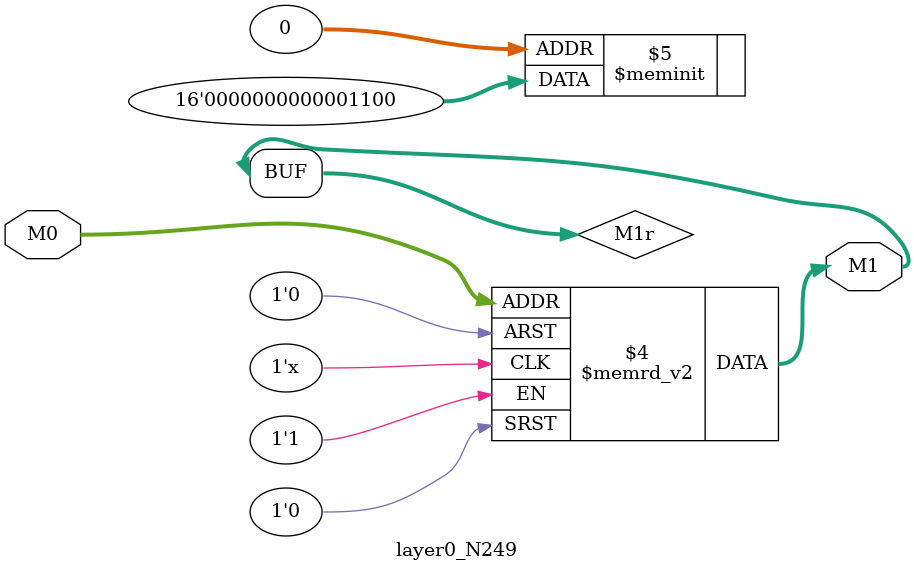
<source format=v>
module layer0_N249 ( input [2:0] M0, output [1:0] M1 );

	(*rom_style = "distributed" *) reg [1:0] M1r;
	assign M1 = M1r;
	always @ (M0) begin
		case (M0)
			3'b000: M1r = 2'b00;
			3'b100: M1r = 2'b00;
			3'b010: M1r = 2'b00;
			3'b110: M1r = 2'b00;
			3'b001: M1r = 2'b11;
			3'b101: M1r = 2'b00;
			3'b011: M1r = 2'b00;
			3'b111: M1r = 2'b00;

		endcase
	end
endmodule

</source>
